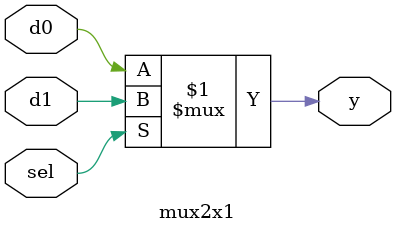
<source format=v>
module multiplexer_structured(
    input wire [3:0] D,     // Input data lines
    input wire [1:0] sel,   // Select lines
    output wire out        // Output line
);
    wire sel1_out, sel2_out;

    // Lower level multiplexers
    mux2x1 mux1 (.d0(D[0]), .d1(D[1]), .sel(sel[0]), .y(sel1_out));
    mux2x1 mux2 (.d0(D[2]), .d1(D[3]), .sel(sel[0]), .y(sel2_out));

    // Top level multiplexer
    mux2x1 mux3 (.d0(sel1_out), .d1(sel2_out), .sel(sel[1]), .y(out));

endmodule

// 2x1 Multiplexer Module
module mux2x1(
    input wire d0, d1,      // Data inputs
    input wire sel,         // Select line
    output wire y           // Output
);
    assign y = sel ? d1 : d0;
endmodule

</source>
